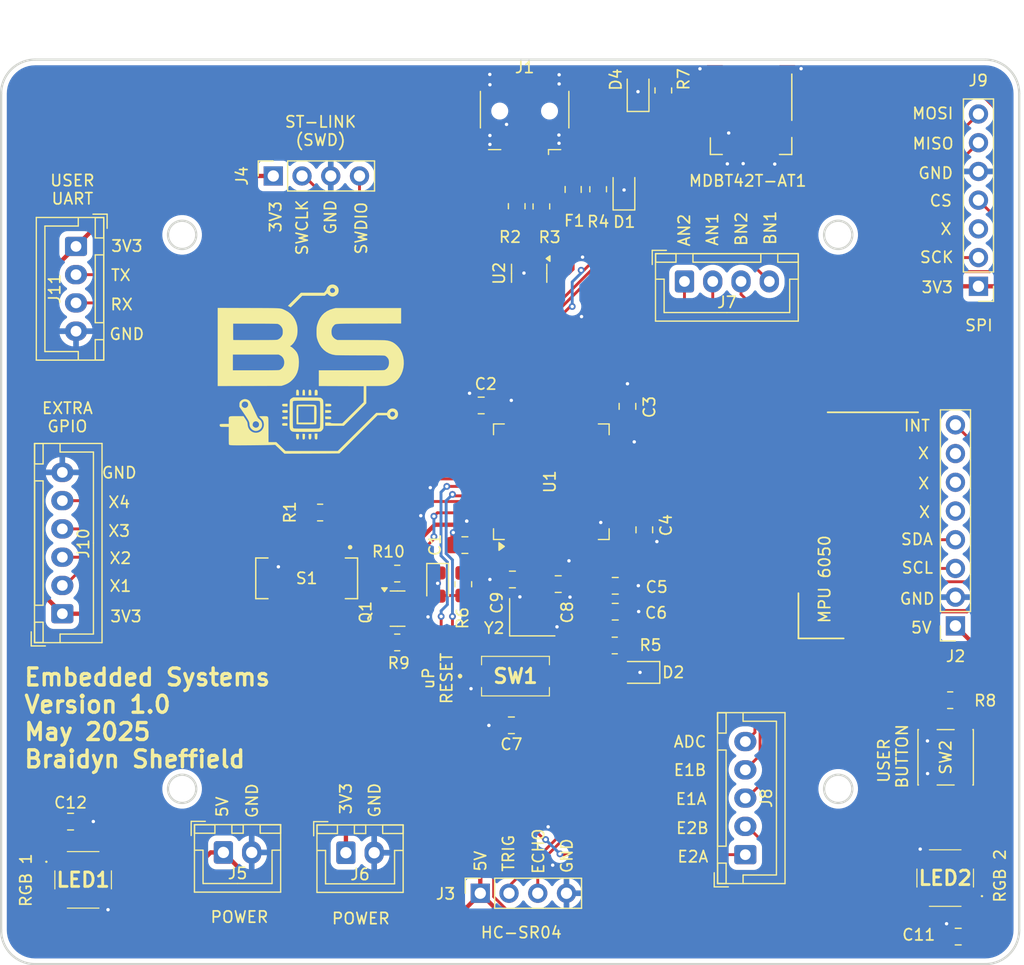
<source format=kicad_pcb>
(kicad_pcb (version 20241229) (generator "pcbnew") (generator_version "9.0")
  (layers (0 "F.Cu" signal) (2 "B.Cu" signal) (13 "F.Paste" user) (15 "B.Paste" user) (5 "F.SilkS" user "F.Silkscreen") (7 "B.SilkS" user "B.Silkscreen") (1 "F.Mask" user) (3 "B.Mask" user) (25 "Edge.Cuts" user))
  (net 0 "")
  (net 2 "/PS2_SCK")
  (net 3 "/PS2_MISO")
  (net 5 "/PS2_CS")
  (net 6 "/PS2_MOSI")
  (net 7 "Net-(U1-PA1)")
  (net 9 "/X4")
  (net 10 "/X3")
  (net 11 "/X1")
  (net 12 "/X2")
  (net 13 "/USER_TX")
  (net 16 "/USER_RX")
  (net 21 "/RESET")
  (net 28 "+3V3")
  (net 29 "GND")
  (net 33 "Net-(R1-Pad2)")
  (net 34 "/BOOT")
  (net 35 "/OSC_OUT")
  (net 36 "/OSC_IN")
  (net 37 "Net-(D1-A)")
  (net 39 "/D+")
  (net 40 "/D-")
  (net 41 "Net-(J1-VBUS)")
  (net 42 "/USB_CONN_D+")
  (net 43 "/USB_CONN_D-")
  (net 44 "Vusb")
  (net 45 "/USB_D+")
  (net 46 "/USB_D-")
  (net 47 "Net-(D2-A)")
  (net 48 "Net-(D3-A)")
  (net 49 "/USER_LED")
  (net 51 "+5V")
  (net 52 "/IMU_INT")
  (net 54 "/IMU_I2C_SCL")
  (net 56 "/IMU_I2C_SDA")
  (net 65 "Net-(D4-A)")
  (net 66 "/BL_WAKEUP")
  (net 67 "/BL_RX")
  (net 68 "/BL_TX")
  (net 69 "Net-(MDBT42T-AT1-INDICATOR)")
  (net 70 "/ULTRA_TRIG")
  (net 71 "/ULTRA_ECHO")
  (net 72 "/SWCLK")
  (net 73 "/SWDIO")
  (net 74 "/uBUTTON")
  (net 75 "/BN1")
  (net 76 "/AN1")
  (net 77 "/AN2")
  (net 78 "/BN2")
  (net 79 "/E2A")
  (net 80 "/E2B")
  (net 81 "/E1A")
  (net 82 "/E1B")
  (net 83 "/PWR_ADC")
  (net 84 "Net-(LED1-DOUT)")
  (net 85 "Net-(LED1-DIN)")
  (net 87 "/RGB_DIN")
  (footprint "Resistor_SMD:R_0805_2012Metric_Pad1.20x1.40mm_HandSolder" (layer "F.Cu") (at 137.68 42.715 -90)
    (property "Reference" "R2")
    (property "Value" "22")
  )
  (footprint "Package_QFP:LQFP-64_10x10mm_P0.5mm" (layer "F.Cu") (at 140.74 67.085 90)
    (property "Reference" "U1")
    (property "Value" "STM32F103RCTx")
  )
  (footprint "Resistor_SMD:R_0805_2012Metric_Pad1.20x1.40mm_HandSolder" (layer "F.Cu") (at 127.1175 81.3 180)
    (property "Reference" "R9")
    (property "Value" "10k")
  )
  (footprint "Resistor_SMD:R_0805_2012Metric_Pad1.20x1.40mm_HandSolder" (layer "F.Cu") (at 139.86 42.735 90)
    (property "Reference" "R3")
    (property "Value" "22")
  )
  (footprint "Capacitor_SMD:C_0805_2012Metric_Pad1.18x1.45mm_HandSolder" (layer "F.Cu") (at 98.2375 97.15)
    (property "Reference" "C12")
    (property "Value" "0.1uF")
  )
  (footprint "Connector_JST:JST_XH_B2B-XH-A_1x02_P2.50mm_Vertical" (layer "F.Cu") (at 122.58 99.9)
    (property "Reference" "J6")
    (property "Value" "CONN_3V3")
  )
  (footprint "Connector_PinHeader_2.54mm:PinHeader_1x07_P2.54mm_Vertical" (layer "F.Cu") (at 178.5 49.8 180)
    (property "Reference" "J9")
    (property "Value" "CONN_PS2")
  )
  (footprint "Connector_JST:JST_XH_B5B-XH-A_1x05_P2.50mm_Vertical" (layer "F.Cu") (at 157.89 100.07 90)
    (property "Reference" "J8")
    (property "Value" "CONN_HAL")
  )
  (footprint "Connector_PinSocket_2.54mm:PinSocket_1x08_P2.54mm_Vertical" (layer "F.Cu") (at 176.465 79.835 180)
    (property "Reference" "J2")
    (property "Value" "CONN_MPU6050")
  )
  (footprint "LED_SMD:LED_0805_2012Metric_Pad1.15x1.40mm_HandSolder" (layer "F.Cu") (at 148.41 32.475 90)
    (property "Reference" "D4")
    (property "Value" "BL_IND_LED")
  )
  (footprint "Package_TO_SOT_SMD:SOT-23" (layer "F.Cu") (at 127.1475 78.31)
    (property "Reference" "Q1")
    (property "Value" "BSS138")
  )
  (footprint "LED_SMD:LED_0805_2012Metric_Pad1.15x1.40mm_HandSolder" (layer "F.Cu") (at 130.69 76.18 -90)
    (property "Reference" "D3" (hide yes))
    (property "Value" "USER_LED")
  )
  (footprint "Resistor_SMD:R_0805_2012Metric_Pad1.20x1.40mm_HandSolder" (layer "F.Cu") (at 146.3475 81.57)
    (property "Reference" "R5")
    (property "Value" "10k")
  )
  (footprint "RGB_LED:INPI55TATPRPGPB" (layer "F.Cu") (at 99.35 102.3)
    (property "Reference" "LED1")
    (property "Value" "IN-PI55TATPRPGPB" (hide yes))
  )
  (footprint "Fuse:Fuse_0805_2012Metric_Pad1.15x1.40mm_HandSolder" (layer "F.Cu") (at 142.67 41.235 -90)
    (property "Reference" "F1")
    (property "Value" "PTCSMD")
  )
  (footprint "Capacitor_SMD:C_0805_2012Metric_Pad1.18x1.45mm_HandSolder" (layer "F.Cu") (at 137.3 75.73 180)
    (property "Reference" "C9")
    (property "Value" "22pF")
  )
  (footprint "Resistor_SMD:R_0805_2012Metric_Pad1.20x1.40mm_HandSolder" (layer "F.Cu") (at 127.1175 75.21 180)
    (property "Reference" "R10")
    (property "Value" "10k")
  )
  (footprint "Connector_PinSocket_2.54mm:PinSocket_1x04_P2.54mm_Vertical" (layer "F.Cu") (at 116.16 40.04 90)
    (property "Reference" "J4")
    (property "Value" "CONN_SWD")
  )
  (footprint "Resistor_SMD:R_0805_2012Metric_Pad1.20x1.40mm_HandSolder" (layer "F.Cu") (at 176 86.41)
    (property "Reference" "R8")
    (property "Value" "10k")
  )
  (footprint "LOGO" (layer "F.Cu") (at 119.5 57.5)
    (property "Reference" "G***" (hide yes))
    (property "Value" "LOGO" (hide yes))
  )
  (footprint "Connector_JST:JST_XH_B4B-XH-A_1x04_P2.50mm_Vertical" (layer "F.Cu") (at 98.72 46.27 -90)
    (property "Reference" "J11")
    (property "Value" "CONN_UART")
  )
  (footprint "MDBT42T-AT:MDBT42T" (layer "F.Cu") (at 158.4 32.54)
    (property "Reference" "MDBT42T-AT1" (hide yes))
    (property "Value" "MDBT42T-AT" (hide yes))
  )
  (footprint "Capacitor_SMD:C_0805_2012Metric_Pad1.18x1.45mm_HandSolder" (layer "F.Cu") (at 134.54 60.34 180)
    (property "Reference" "C2")
    (property "Value" "0.1uF")
  )
  (footprint "Resistor_SMD:R_0805_2012Metric_Pad1.20x1.40mm_HandSolder" (layer "F.Cu") (at 132.96 76.15 -90)
    (property "Reference" "R6")
    (property "Value" "10k")
  )
  (footprint "Resistor_SMD:R_0805_2012Metric_Pad1.20x1.40mm_HandSolder" (layer "F.Cu") (at 150.64 32.475 90)
    (property "Reference" "R7")
    (property "Value" "10k")
  )
  (footprint "Capacitor_SMD:C_0805_2012Metric_Pad1.18x1.45mm_HandSolder" (layer "F.Cu") (at 148.96 71.34 -90)
    (property "Reference" "C4")
    (property "Value" "0.1uF")
  )
  (footprint "Package_TO_SOT_SMD:SOT-23-6" (layer "F.Cu") (at 138.78 48.6475 -90)
    (property "Reference" "U2")
    (property "Value" "USBLC6-2SC6")
  )
  (footprint "Capacitor_SMD:C_0805_2012Metric_Pad1.18x1.45mm_HandSolder" (layer "F.Cu") (at 146.39 76.29)
    (property "Reference" "C5")
    (property "Value" "0.1uF")
  )
  (footprint "Connector_PinSocket_2.54mm:PinSocket_1x04_P2.54mm_Vertical" (layer "F.Cu") (at 134.46 103.485 90)
    (property "Reference" "J3")
    (property "Value" "CONN_ULTRA")
  )
  (footprint "Connector_JST:JST_XH_B4B-XH-A_1x04_P2.50mm_Vertical" (layer "F.Cu") (at 152.51 49.37)
    (property "Reference" "J7")
    (property "Value" "CONN_DRIVE")
  )
  (footprint "Crystal:Crystal_SMD_Abracon_ABM8G-4Pin_3.2x2.5mm" (layer "F.Cu") (at 139.0525 79.07)
    (property "Reference" "Y2")
    (property "Value" "16MHz")
  )
  (footprint "SW_uP_Reset:SW_uP_Reset" (layer "F.Cu") (at 137.57 84.28)
    (property "Reference" "SW1")
    (property "Value" "SW_uP_Reset" (hide yes))
  )
  (footprint "Capacitor_SMD:C_0805_2012Metric_Pad1.18x1.45mm_HandSolder" (layer "F.Cu") (at 146.39 78.58)
    (property "Reference" "C6")
    (property "Value" "10uF")
  )
  (footprint "Connector_JST:JST_XH_B2B-XH-A_1x02_P2.50mm_Vertical" (layer "F.Cu") (at 111.75 99.875)
    (property "Reference" "J5")
    (property "Value" "CONN_5V")
  )
  (footprint "LED_SMD:LED_0805_2012Metric_Pad1.15x1.40mm_HandSolder" (layer "F.Cu") (at 148.4675 83.95 180)
    (property "Reference" "D2")
    (property "Value" "uP_PWR_LED")
  )
  (footprint "Capacitor_SMD:C_0805_2012Metric_Pad1.18x1.45mm_HandSolder" (layer "F.Cu") (at 133.1 72.69 180)
    (property "Reference" "C1")
    (property "Value" "0.1uF")
  )
  (footprint "RGB_LED:INPI55TATPRPGPB" (layer "F.Cu") (at 175.56 102.14 180)
    (property "Reference" "LED2")
    (property "Value" "IN-PI55TATPRPGPB" (hide yes))
  )
  (footprint "Capacitor_SMD:C_0805_2012Metric_Pad1.18x1.45mm_HandSolder" (layer "F.Cu") (at 141.35 76.14)
    (property "Reference" "C8")
    (property "Value" "22pF")
  )
  (footprint "Resistor_SMD:R_0805_2012Metric_Pad1.20x1.40mm_HandSolder" (layer "F.Cu") (at 120.3 69.81 180)
    (property "Reference" "R1")
    (property "Value" "10k")
  )
  (footprint "Connector_JST:JST_XH_B6B-XH-A_1x06_P2.50mm_Vertical" (layer "F.Cu") (at 97.51 78.76 90)
    (property "Reference" "J10")
    (property "Value" "CONN_TRACK")
  )
  (footprint "Capacitor_SMD:C_0805_2012Metric_Pad1.18x1.45mm_HandSolder" (layer "F.Cu") (at 147.47 60.42 90)
    (property "Reference" "C3")
    (property "Value" "0.1uF")
  )
  (footprint "Button_Switch_SMD:SW_SPST_PTS647_Sx50" (layer "F.Cu") (at 175.6 91.46 -90)
    (property "Reference" "SW2")
    (property "Value" "SW_USER")
  )
  (footprint "LED_SMD:LED_0805_2012Metric_Pad1.15x1.40mm_HandSolder" (layer "F.Cu") (at 147.16 41.185 90)
    (property "Reference" "D1")
    (property "Value" "USB_PWR_LED")
  )
  (footprint "SW_uP_Boot:SW_uP_Boot" (layer "F.Cu") (at 119.11 75.63 180)
    (property "Reference" "S1")
    (property "Value" "JS202011SCQN")
  )
  (footprint "Capacitor_SMD:C_0805_2012Metric_Pad1.18x1.45mm_HandSolder" (layer "F.Cu") (at 176.71 107.32 180)
    (property "Reference" "C11")
    (property "Value" "0.1uF")
  )
  (footprint "Connector_USB:USB_Mini-B_Lumberg_2486_01_Horizontal" (layer "F.Cu") (at 138.38 34.3 180)
    (property "Reference" "J1")
    (property "Value" "USB_B_Mini")
  )
  (footprint "Capacitor_SMD:C_0805_2012Metric_Pad1.18x1.45mm_HandSolder" (layer "F.Cu") (at 137.21 88.63 180)
    (property "Reference" "C7")
    (property "Value" "0.01uF")
  )
  (footprint "Resistor_SMD:R_0805_2012Metric_Pad1.20x1.40mm_HandSolder" (layer "F.Cu") (at 144.88 41.215 90)
    (property "Reference" "R4")
    (property "Value" "10k")
  )
  (gr_line (start 162.585 80.945) (end 166.585 80.945) (stroke (width 0.15)) (layer "F.SilkS"))
  (gr_line (start 162.585 80.945) (end 162.585 76.945) (stroke (width 0.15)) (layer "F.SilkS"))
  (gr_line (start 173.165 60.945) (end 165.165 60.945) (stroke (width 0.15)) (layer "F.SilkS"))
  (gr_arc (start 179.1 29.750001) (mid 181.22132 30.628681) (end 182.1 32.750001) (stroke (width 0.2)) (layer "Edge.Cuts"))
  (gr_arc (start 182.1 106.750001) (mid 181.22132 108.871321) (end 179.1 109.750001) (stroke (width 0.2)) (layer "Edge.Cuts"))
  (gr_line (start 179.1 29.750001) (end 95.100001 29.750001) (stroke (width 0.2)) (layer "Edge.Cuts"))
  (gr_circle (center 108.1 94.250001) (end 109.35 94.250001) (stroke (width 0.2)) (fill no) (layer "Edge.Cuts"))
  (gr_circle (center 108.1 45.250001) (end 109.35 45.250001) (stroke (width 0.2)) (fill no) (layer "Edge.Cuts"))
  (gr_line (start 179.1 109.750001) (end 95.100001 109.750001) (stroke (width 0.2)) (layer "Edge.Cuts"))
  (gr_arc (start 95.100001 109.750001) (mid 92.97868 108.871321) (end 92.1 106.75) (stroke (width 0.2)) (layer "Edge.Cuts"))
  (gr_arc (start 92.1 32.750002) (mid 92.97868 30.628681) (end 95.100001 29.750001) (stroke (width 0.2)) (layer "Edge.Cuts"))
  (gr_line (start 182.1 106.750001) (end 182.1 32.750001) (stroke (width 0.2)) (layer "Edge.Cuts"))
  (gr_circle (center 166.1 94.250001) (end 167.35 94.250001) (stroke (width 0.2)) (fill no) (layer "Edge.Cuts"))
  (gr_circle (center 166.1 45.250001) (end 167.35 45.250001) (stroke (width 0.2)) (fill no) (layer "Edge.Cuts"))
  (gr_line (start 92.1 106.75) (end 92.1 32.750002) (stroke (width 0.2)) (layer "Edge.Cuts"))
  (gr_text "5V" (at 111.65 95.84 90) (layer "F.SilkS") (effects (font (size 1 1))))
  (gr_text "X2" (at 102.65 73.85 0) (layer "F.SilkS") (effects (font (size 1 1))))
  (gr_text "ECHO" (at 139.6 99.77 90) (layer "F.SilkS") (effects (font (size 1 1))))
  (gr_text "E1B" (at 153 92.59 0) (layer "F.SilkS") (effects (font (size 1 1))))
  (gr_text "AN1" (at 154.98 44.77 90) (layer "F.SilkS") (effects (font (size 1 1))))
  (gr_text "X" (at 173.73 69.78 0) (layer "F.SilkS") (effects (font (size 1 1))))
  (gr_text "GND" (at 121.22 43.68 90) (layer "F.SilkS") (effects (font (size 1 1))))
  (gr_text "MOSI" (at 174.46 34.51 0) (layer "F.SilkS") (effects (font (size 1 1))))
  (gr_text "3V3" (at 103.22 46.24 0) (layer "F.SilkS") (effects (font (size 1 1))))
  (gr_text "E2A" (at 153.25 100.25 0) (layer "F.SilkS") (effects (font (size 1 1))))
  (gr_text "TX" (at 102.68 48.82 0) (layer "F.SilkS") (effects (font (size 1 1))))
  (gr_text "GND" (at 103.21 54.03 0) (layer "F.SilkS") (effects (font (size 1 1))))
  (gr_text "HC-SR04" (at 138.08 106.96 0) (layer "F.SilkS") (effects (font (size 1 1))))
  (gr_text "3V3" (at 116.37 43.65 90) (layer "F.SilkS") (effects (font (size 1 1))))
  (gr_text "E1A" (at 153.1 95.15 0) (layer "F.SilkS") (effects (font (size 1 1))))
  (gr_text "X" (at 175.63 44.74 0) (layer "F.SilkS") (effects (font (size 1 1))))
  (gr_text "RX" (at 102.75 51.41 0) (layer "F.SilkS") (effects (font (size 1 1))))
  (gr_text "X4" (at 102.54 68.9 0) (layer "F.SilkS") (effects (font (size 1 1))))
  (gr_text "SCL" (at 173.1 74.7 0) (layer "F.SilkS") (effects (font (size 1 1))))
  (gr_text "SDA" (at 173.06 72.18 0) (layer "F.SilkS") (effects (font (size 1 1))))
  (gr_text "POWER" (at 123.9 105.72 0) (layer "F.SilkS") (effects (font (size 1 1))))
  (gr_text "GND" (at 125.12 95.26 90) (layer "F.SilkS") (effects (font (size 1 1))))
  (gr_text "3V3" (at 174.86 49.89 0) (layer "F.SilkS") (effects (font (size 1 1))))
  (gr_text "GND" (at 114.29 95.3 90) (layer "F.SilkS") (effects (font (size 1 1))))
  (gr_text "3V3" (at 103.14 79 0) (layer "F.SilkS") (effects (font (size 1 1))))
  (gr_text "MPU 6050" (at 165.485 79.685 90) (layer "F.SilkS") (effects (font (size 1 1)) (justify left bottom)))
  (gr_text "ADC" (at 153 90.09 0) (layer "F.SilkS") (effects (font (size 1 1))))
  (gr_text "uP \nRESET " (at 130.68 84.1 90) (layer "F.SilkS") (effects (font (size 1 1))))
  (gr_text "RGB 1" (at 94.29 102.33 90) (layer "F.SilkS") (effects (font (size 1 1))))
  (gr_text "5V" (at 173.45 79.99 0) (layer "F.SilkS") (effects (font (size 1 1))))
  (gr_text "INT" (at 173.06 62.13 0) (layer "F.SilkS") (effects (font (size 1 1))))
  (gr_text "SWDIO" (at 123.94 44.66 90) (layer "F.SilkS") (effects (font (size 1 1))))
  (gr_text "GND" (at 173.08 77.44 0) (layer "F.SilkS") (effects (font (size 1 1))))
  (gr_text "3V3" (at 122.58 95.11 90) (layer "F.SilkS") (effects (font (size 1 1))))
  (gr_text "SCK" (at 174.81 47.23 0) (layer "F.SilkS") (effects (font (size 1 1))))
  (gr_text "Embedded Systems\nVersion 1.0\nMay 2025\nBraidyn Sheffield" (at 94 92.5 0) (layer "F.SilkS") (effects (font (size 1.5 1.5) (thickness 0.3) (bold yes)) (justify left bottom)))
  (gr_text "USER\nUART" (at 98.4 41.25 0) (layer "F.SilkS") (effects (font (size 1 1))))
  (gr_text "TRIG" (at 136.95 99.95 90) (layer "F.SilkS") (effects (font (size 1 1))))
  (gr_text "EXTRA\nGPIO" (at 97.96 61.39 0) (layer "F.SilkS") (effects (font (size 1 1))))
  (gr_text "GND\n" (at 174.72 39.79 0) (layer "F.SilkS") (effects (font (size 1 1))))
  (gr_text "GND" (at 102.54 66.29 0) (layer "F.SilkS") (effects (font (size 1 1))))
  (gr_text "X3" (at 102.54 71.44 0) (layer "F.SilkS") (effects (font (size 1 1))))
  (gr_text "X1" (at 102.65 76.31 0) (layer "F.SilkS") (effects (font (size 1 1))))
  (gr_text "X" (at 173.66 67.24 0) (layer "F.SilkS") (effects (font (size 1 1))))
  (gr_text "CS" (at 175.17 42.23 0) (layer "F.SilkS") (effects (font (size 1 1))))
  (gr_text "USER \nBUTTON" (at 170.95 91.37 90) (layer "F.SilkS") (effects (font (size 1 1))))
  (gr_text "BN1" (at 160.1 44.63 90) (layer "F.SilkS") (effects (font (size 1 1))))
  (gr_text "MISO" (at 174.49 37.18 0) (layer "F.SilkS") (effects (font (size 1 1))))
  (gr_text "X" (at 173.64 64.57 0) (layer "F.SilkS") (effects (font (size 1 1))))
  (gr_text "SPI" (at 178.54 53.26 0) (layer "F.SilkS") (effects (font (size 1 1))))
  (gr_text "MDBT42T-AT1" (at 158.1 40.47 0) (layer "F.SilkS") (effects (font (size 1 1))))
  (gr_text "GND" (at 142.11 100.17 90) (layer "F.SilkS") (effects (font (size 1 1))))
  (gr_text "AN2" (at 152.49 44.83 90) (layer "F.SilkS") (effects (font (size 1 1))))
  (gr_text "SWCLK" (at 118.71 44.6 90) (layer "F.SilkS") (effects (font (size 1 1))))
  (gr_text "ST-LINK\n(SWD)" (at 120.34 36.06 0) (layer "F.SilkS") (effects (font (size 1 1))))
  (gr_text "5V" (at 134.48 100.64 90) (layer "F.SilkS") (effects (font (size 1 1))))
  (gr_text "POWER" (at 113.17 105.59 0) (layer "F.SilkS") (effects (font (size 1 1))))
  (gr_text "RGB 2" (at 180.4 101.94 90) (layer "F.SilkS") (effects (font (size 1 1))))
  (gr_text "E2B" (at 153.21 97.73 0) (layer "F.SilkS") (effects (font (size 1 1))))
  (gr_text "BN2" (at 157.54 44.72 90) (layer "F.SilkS") (effects (font (size 1 1))))
  (segment (start 143.99 61.41) (end 143.99 59.366532) (width 0.254) (layer "F.Cu") (net 2))
  (segment (start 143.99 59.366532) (end 146.356532 57) (width 0.254) (layer "F.Cu") (net 2))
  (segment (start 174.596533 47.26) (end 178.5 47.26) (width 0.254) (layer "F.Cu") (net 2))
  (segment (start 146.356532 57) (end 164.856532 57) (width 0.254) (layer "F.Cu") (net 2))
  (segment (start 164.856532 57) (end 174.596533 47.26) (width 0.254) (layer "F.Cu") (net 2))
  (segment (start 143.49 59.223064) (end 146.213064 56.5) (width 0.254) (layer "F.Cu") (net 3))
  (segment (start 164.713064 56.5) (end 174.5 46.713064) (width 0.254) (layer "F.Cu") (net 3))
  (segment (start 146.213064 56.5) (end 164.713064 56.5) (width 0.254) (layer "F.Cu") (net 3))
  (segment (start 174.5 41.1) (end 174.5 46.713064) (width 0.254) (layer "F.Cu") (net 3))
  (segment (start 178.5 37.1) (end 174.5 41.1) (width 0.254) (layer "F.Cu") (net 3))
  (segment (start 143.49 61.41) (end 143.49 59.223064) (width 0.254) (layer "F.Cu") (net 3))
  (segment (start 180.5 44.18) (end 180.5 47.5) (width 0.254) (layer "F.Cu") (net 5))
  (segment (start 146.5 57.5) (end 165 57.5) (width 0.254) (layer "F.Cu") (net 5))
  (segment (start 179.5 48.5) (end 174 48.5) (width 0.254) (layer "F.Cu") (net 5))
  (segment (start 165 57.5) (end 174 48.5) (width 0.254) (layer "F.Cu") (net 5))
  (segment (start 178.5 42.18) (end 180.5 44.18) (width 0.254) (layer "F.Cu") (net 5))
  (segment (start 144.49 61.41) (end 144.49 59.51) (width 0.254) (layer "F.Cu") (net 5))
  (segment (start 144.49 59.51) (end 146.5 57.5) (width 0.254) (layer "F.Cu") (net 5))
  (segment (start 180.5 47.5) (end 179.5 48.5) (width 0.254) (layer "F.Cu") (net 5))
  (segment (start 174.045 39.015) (end 178.5 34.56) (width 0.254) (layer "F.Cu") (net 6))
  (segment (start 164.534798 56.034798) (end 174.045 46.524596) (width 0.254) (layer "F.Cu") (net 6))
  (segment (start 145.965202 56.034798) (end 164.534798 56.034798) (width 0.254) (layer "F.Cu") (net 6))
  (segment (start 174.045 46.524596) (end 174.045 39.015) (width 0.254) (layer "F.Cu") (net 6))
  (segment (start 142.99 59.01) (end 145.965202 56.034798) (width 0.254) (layer "F.Cu") (net 6))
  (segment (start 142.99 61.41) (end 142.99 59.01) (width 0.254) (layer "F.Cu") (net 6))
  (segment (start 143.99 72.76) (end 144.49 72.76) (width 0.254) (layer "F.Cu") (net 7))
  (segment (start 135.065 65.335) (end 105.665 65.335) (width 0.254) (layer "F.Cu") (net 9))
  (segment (start 105.665 65.335) (end 102.24 68.76) (width 0.254) (layer "F.Cu") (net 9))
  (segment (start 102.24 68.76) (end 97.51 68.76) (width 0.254) (layer "F.Cu") (net 9))
  (segment (start 106.165 65.835) (end 100.74 71.26) (width 0.254) (layer "F.Cu") (net 10))
  (segment (start 135.065 65.835) (end 106.165 65.835) (width 0.254) (layer "F.Cu") (net 10))
  (segment (start 100.74 71.26) (end 97.51 71.26) (width 0.254) (layer "F.Cu") (net 10))
  (segment (start 135.065 66.835) (end 107.165 66.835) (width 0.254) (layer "F.Cu") (net 11))
  (segment (start 107.165 66.835) (end 97.74 76.26) (width 0.254) (layer "F.Cu") (net 11))
  (segment (start 97.74 76.26) (end 97.51 76.26) (width 0.254) (layer "F.Cu") (net 11))
  (segment (start 106.665 66.335) (end 99.24 73.76) (width 0.254) (layer "F.Cu") (net 12))
  (segment (start 135.065 66.335) (end 106.665 66.335) (width 0.254) (layer "F.Cu") (net 12))
  (segment (start 99.24 73.76) (end 97.51 73.76) (width 0.254) (layer "F.Cu") (net 12))
  (segment (start 116.978468 64.335) (end 101.413468 48.77) (width 0.254) (layer "F.Cu") (net 13))
  (segment (start 101.413468 48.77) (end 98.72 48.77) (width 0.254) (layer "F.Cu") (net 13))
  (segment (start 135.065 64.335) (end 116.978468 64.335) (width 0.254) (layer "F.Cu") (net 13))
  (segment (start 135.065 64.835) (end 116.835 64.835) (width 0.254) (layer "F.Cu") (net 16))
  (segment (start 116.835 64.835) (end 103.27 51.27) (width 0.254) (layer "F.Cu") (net 16))
  (segment (start 103.27 51.27) (end 98.72 51.27) (width 0.254) (layer "F.Cu") (net 16))
  (segment (start 141.090992 74.708) (end 142.708 74.708) (width 0.254) (layer "F.Cu") (net 21))
  (segment (start 139.99 72.76) (end 139.99 73.607008) (width 0.254) (layer "F.Cu") (net 21))
  (segment (start 140.92 82.58) (end 140.92 84.28) (width 0.254) (layer "F.Cu") (net 21))
  (segment (start 140.92 84.28) (end 140.92 85.9575) (width 0.254) (layer "F.Cu") (net 21))
  (segment (start 144 79.5) (end 140.92 82.58) (width 0.254) (layer "F.Cu") (net 21))
  (segment (start 140.92 85.9575) (end 138.2475 88.63) (width 0.254) (layer "F.Cu") (net 21))
  (segment (start 142.708 74.708) (end 144 76) (width 0.254) (layer "F.Cu") (net 21))
  (segment (start 144 76) (end 144 79.5) (width 0.254) (layer "F.Cu") (net 21))
  (segment (start 139.99 73.607008) (end 141.090992 74.708) (width 0.254) (layer "F.Cu") (net 21))
  (segment (start 151.4815 58.0185) (end 148.0425 61.4575) (width 0.381) (layer "F.Cu") (net 28))
  (segment (start 179 33) (end 181.0185 35.0185) (width 0.381) (layer "F.Cu") (net 28))
  (segment (start 147.295 63.335) (end 147.47 63.16) (width 0.254) (layer "F.Cu") (net 28))
  (segment (start 126.1175 75.21) (end 126.1175 77.2675) (width 0.381) (layer "F.Cu") (net 28))
  (segment (start 167.5 60) (end 178 60) (width 0.381) (layer "F.Cu") (net 28))
  (segment (start 133.78 71.21) (end 133.78 72.3325) (width 0.254) (layer "F.Cu") (net 28))
  (segment (start 104.95 40.04) (end 116.16 40.04) (width 0.381) (layer "F.Cu") (net 28))
  (segment (start 180.2 49.8) (end 178.5 49.8) (width 0.381) (layer "F.Cu") (net 28))
  (segment (start 159.8 35.2) (end 162 33) (width 0.381) (layer "F.Cu") (net 28))
  (segment (start 165.4815 58.0185) (end 165.5185 58.0185) (width 0.381) (layer "F.Cu") (net 28))
  (segment (start 165.4815 58.0185) (end 173.7 49.8) (width 0.381) (layer "F.Cu") (net 28))
  (segment (start 145.3525 78.58) (end 145.3525 76.29) (width 0.508) (layer "F.Cu") (net 28))
  (segment (start 135.6475 60.27) (end 135.5775 60.34) (width 0.254) (layer "F.Cu") (net 28))
  (segment (start 103.24 78.76) (end 97.51 78.76) (width 0.381) (layer "F.Cu") (net 28))
  (segment (start 148.4925 69.835) (end 148.96 70.3025) (width 0.254) (layer "F.Cu") (net 28))
  (segment (start 165.5185 58.0185) (end 167.5 60) (width 0.381) (layer "F.Cu") (net 28))
  (segment (start 126.1175 77.2675) (end 126.21 77.36) (width 0.381) (layer "F.Cu") (net 28))
  (segment (start 147.47 63.16) (end 147.47 61.4575) (width 0.254) (layer "F.Cu") (net 28))
  (segment (start 118.99 75.5) (end 106.5 75.5) (width 0.381) (layer "F.Cu") (net 28))
  (segment (start 142.99 72.76) (end 142.99 70.305) (width 0.254) (layer "F.Cu") (net 28))
  (segment (start 165.4815 58.0185) (end 151.4815 58.0185) (width 0.381) (layer "F.Cu") (net 28))
  (segment (start 106.5 75.5) (end 103.24 78.76) (width 0.381) (layer "F.Cu") (net 28))
  (segment (start 181.0185 48.9815) (end 180.2 49.8) (width 0.381) (layer "F.Cu") (net 28))
  (segment (start 148.0425 61.4575) (end 147.47 61.4575) (width 0.381) (layer "F.Cu") (net 28))
  (segment (start 172.5 82.5) (end 172.5 81) (width 0.381) (layer "F.Cu") (net 28))
  (segment (start 142.99 70.305) (end 142.52 69.835) (width 0.254) (layer "F.Cu") (net 28))
  (segment (start 179.0185 61.0185) (end 179.0185 77) (width 0.381) (layer "F.Cu") (net 28))
  (segment (start 126.1175 75.21) (end 123.94 75.21) (width 0.381) (layer "F.Cu") (net 28))
  (segment (start 136.66 60.27) (end 135.6475 60.27) (width 0.254) (layer "F.Cu") (net 28))
  (segment (start 122.58 99.9) (end 122.58 80.99) (width 0.381) (layer "F.Cu") (net 28))
  (segment (start 136.99 61.41) (end 136.99 60.6) (width 0.254) (layer "F.Cu") (net 28))
  (segment (start 144.93 69.385) (end 144.48 69.835) (width 0.254) (layer "F.Cu") (net 28))
  (segment (start 121.61 72.88) (end 118.99 75.5) (width 0.381) (layer "F.Cu") (net 28))
  (segment (start 142.99 73.9275) (end 145.3525 76.29) (width 0.254) (layer "F.Cu") (net 28))
  (segment (start 132.600571 70.8885) (end 134.1375 72.425429) (width 0.381) (layer "F.Cu") (net 28))
  (segment (start 145.155 63.335) (end 144.93 63.56) (width 0.254) (layer "F.Cu") (net 28))
  (segment (start 123.94 75.21) (end 121.61 72.88) (width 0.381) (layer "F.Cu") (net 28))
  (segment (start 136.99 60.6) (end 136.66 60.27) (width 0.254) (layer "F.Cu") (net 28))
  (segment (start 133.78 72.3325) (end 134.1375 72.69) (width 0.254) (layer "F.Cu") (net 28))
  (segment (start 144.48 69.835) (end 142.52 69.835) (width 0.254) (layer "F.Cu") (net 28))
  (segment (start 181.0185 35.0185) (end 181.0185 48.9815) (width 0.381) (layer "F.Cu") (net 28))
  (segment (start 144.93 63.56) (end 144.93 69.385) (width 0.254) (layer "F.Cu") (net 28))
  (segment (start 122.58 80.99) (end 126.21 77.36) (width 0.381) (layer "F.Cu") (net 28))
  (segment (start 137.615 69.835) (end 136.99 69.21) (width 0.254) (layer "F.Cu") (net 28))
  (segment (start 159.8 37.74) (end 159.8 35.2) (width 0.381) (layer "F.Cu") (net 28))
  (segment (start 97.51 78.76) (end 94.25 75.5) (width 0.381) (layer "F.Cu") (net 28))
  (segment (start 136.99 69.21) (end 136.99 61.41) (width 0.254) (layer "F.Cu") (net 28))
  (segment (start 126.1175 75.21) (end 130.439 70.8885) (width 0.381) (layer "F.Cu") (net 28))
  (segment (start 98.72 46.27) (end 104.95 40.04) (width 0.381) (layer "F.Cu") (net 28))
  (segment (start 142.99 72.76) (end 142.99 73.9275) (width 0.254) (layer "F.Cu") (net 28))
  (segment (start 172.5 81) (end 175 78.5) (width 0.381) (layer "F.Cu") (net 28))
  (segment (start 145.3475 78.585) (end 145.3525 78.58) (width 0.508) (layer "F.Cu") (net 28))
  (segment (start 145.3475 81.57) (end 145.3475 78.585) (width 0.508) (layer "F.Cu") (net 28))
  (segment (start 162 33) (end 179 33) (width 0.381) (layer "F.Cu") (net 28))
  (segment (start 136.99 69.21) (end 136.99 70.45) (width 0.254) (layer "F.Cu") (net 28))
  (segment (start 173.7 49.8) (end 178.5 49.8) (width 0.381) (layer "F.Cu") (net 28))
  (segment (start 134.155 70.835) (end 133.78 71.21) (width 0.254) (layer "F.Cu") (net 28))
  (segment (start 146.415 69.835) (end 148.4925 69.835) (width 0.254) (layer "F.Cu") (net 28))
  (segment (start 175 86.41) (end 175 85) (width 0.381) (layer "F.Cu") (net 28))
  (segment (start 146.415 63.335) (end 147.295 63.335) (width 0.254) (layer "F.Cu") (net 28))
  (segment (start 175 85) (end 172.5 82.5) (width 0.381) (layer "F.Cu") (net 28))
  (segment (start 94.25 75.5) (end 94.25 50.74) (width 0.381) (layer "F.Cu") (net 28))
  (segment (start 177.482 78.5365) (end 179.0185 77) (width 0.381) (layer "F.Cu") (net 28))
  (segment (start 178 60) (end 179.0185 61.0185) (width 0.381) (layer "F.Cu") (net 28))
  (segment (start 134.1375 72.425429) (end 134.1375 72.69) (width 0.381) (layer "F.Cu") (net 28))
  (segment (start 130.439 70.8885) (end 132.600571 70.8885) (width 0.381) (layer "F.Cu") (net 28))
  (segment (start 136.605 70.835) (end 135.065 70.835) (width 0.254) (layer "F.Cu") (net 28))
  (segment (start 146.415 69.835) (end 144.48 69.835) (width 0.254) (layer "F.Cu") (net 28))
  (segment (start 135.065 70.835) (end 134.155 70.835) (width 0.254) (layer "F.Cu") (net 28))
  (segment (start 146.415 63.335) (end 145.155 63.335) (width 0.254) (layer "F.Cu") (net 28))
  (segment (start 142.52 69.835) (end 137.615 69.835) (width 0.254) (layer "F.Cu") (net 28))
  (segment (start 94.25 50.74) (end 98.72 46.27) (width 0.381) (layer "F.Cu") (net 28))
  (segment (start 175 78.5) (end 175.0365 78.5365) (width 0.381) (layer "F.Cu") (net 28))
  (segment (start 175.0365 78.5365) (end 177.482 78.5365) (width 0.381) (layer "F.Cu") (net 28))
  (segment (start 136.99 70.45) (end 136.605 70.835) (width 0.254) (layer "F.Cu") (net 28))
  (segment (start 145.465 70.335) (end 145.11 70.69) (width 0.254) (layer "F.Cu") (net 29))
  (segment (start 137.96 77.27) (end 137.96 78.2125) (width 0.508) (layer "F.Cu") (net 29))
  (segment (start 148.43 76.28) (end 147.4375 76.28) (width 0.508) (layer "F.Cu") (net 29))
  (segment (start 173.36 99.59) (end 173.35 99.58) (width 0.508) (layer "F.Cu") (net 29))
  (segment (start 135.31 75.73) (end 136.2625 75.73) (width 0.508) (layer "F.Cu") (net 29))
  (segment (start 160.5 38.98) (end 160.49 38.99) (width 0.381) (layer "F.Cu") (net 29))
  (segment (start 175.6725 106.1875) (end 175.68 106.18) (width 0.508) (layer "F.Cu") (net 29))
  (segment (start 100.24 97.15) (end 100.25 97.14) (width 0.508) (layer "F.Cu") (net 29))
  (segment (start 135.065 70.335) (end 133.495 70.335) (width 0.254) (layer "F.Cu") (net 29))
  (segment (start 174 88.835) (end 174 90) (width 0.508) (layer "F.Cu") (net 29))
  (segment (start 160.5 37.74) (end 160.5 38.98) (width 0.381) (layer "F.Cu") (net 29))
  (segment (start 173.36 100.54) (end 173.36 99.59) (width 0.508) (layer "F.Cu") (net 29))
  (segment (start 137.96 78.2125) (end 137.9525 78.22) (width 0.508) (layer "F.Cu") (net 29))
  (segment (start 147.4375 78.57) (end 147.4275 78.58) (width 0.508) (layer "F.Cu") (net 29))
  (segment (start 141.24 79.92) (end 140.1525 79.92) (width 0.508) (layer "F.Cu") (net 29))
  (segment (start 136.1725 88.63) (end 135.23 88.63) (width 0.508) (layer "F.Cu") (net 29))
  (segment (start 138.78 48.17) (end 138.32 48.63) (width 0.254) (layer "F.Cu") (net 29))
  (segment (start 148.41 33.5) (end 148.41 32.595) (width 0.508) (layer "F.Cu") (net 29))
  (segment (start 138.78 47.51) (end 138.78 48.17) (width 0.254) (layer "F.Cu") (net 29))
  (segment (start 135.23 88.63) (end 135.22 88.64) (width 0.508) (layer "F.Cu") (net 29))
  (segment (start 133.51 60.3325) (end 133.5025 60.34) (width 0.508) (layer "F.Cu") (net 29))
  (segment (start 137.49 61.41) (end 137.49 60.18) (width 0.254) (layer "F.Cu") (net 29))
  (segment (start 133.495 70.335) (end 133.26 70.57) (width 0.254) (layer "F.Cu") (net 29))
  (segment (start 142.39 76.1425) (end 142.3875 76.14) (width 0.508) (layer "F.Cu") (net 29))
  (segment (start 137.49 60.18) (end 137.2 59.89) (width 0.254) (layer "F.Cu") (net 29))
  (segment (start 132.07 71.58) (end 132.07 72.6825) (width 0.508) (layer "F.Cu") (net 29))
  (segment (start 146.415 63.835) (end 147.795 63.835) (width 0.254) (layer "F.Cu") (net 29))
  (segment (start 132.07 72.6825) (end 132.0625 72.69) (width 0.508) (layer "F.Cu") (net 29))
  (segment (start 155.2 30.54) (end 155.18 30.56) (width 0.381) (layer "F.Cu") (net 29))
  (segment (start 147.795 63.835) (end 148.07 63.56) (width 0.254) (layer "F.Cu") (net 29))
  (segment (start 133.64 85.39) (end 133.64 84.86) (width 0.508) (layer "F.Cu") (net 29))
  (segment (start 174 94.085) (end 174 92.9) (width 0.508) (layer "F.Cu") (net 29))
  (segment (start 136.78 37) (end 136.78 35.48) (width 0.381) (layer "F.Cu") (net 29))
  (segment (start 116.61 74.61) (end 116.61 72.88) (width 0.508) (layer "F.Cu") (net 29))
  (segment (start 155.2 36.24) (end 156.42 36.24) (width 0.381) (layer "F.Cu") (net 29))
  (segment (start 155.18 30.56) (end 153.88 30.56) (width 0.381) (layer "F.Cu") (net 29))
  (segment (start 147.17 42.2) (end 147.16 42.21) (width 0.508) (layer "F.Cu") (net 29))
  (segment (start 174 90) (end 173.99 90.01) (width 0.508) (layer "F.Cu") (net 29))
  (segment (start 142.39 77.29) (end 142.39 76.1425) (width 0.508) (layer "F.Cu") (net 29))
  (segment (start 148.9625 72.38) (end 148.96 72.3775) (width 0.508) (layer "F.Cu") (net 29))
  (segment (start 130.69 76.07) (end 130.69 75.155) (width 0.508) (layer "F.Cu") (net 29))
  (segment (start 156.3 37.74) (end 156.3 38.97) (width 0.381) (layer "F.Cu") (net 29))
  (segment (start 157.7 37.74) (end 157.7 38.95) (width 0.381) (layer "F.Cu") (net 29))
  (segment (start 147.47 58.42) (end 147.47 59.3825) (width 0.508) (layer "F.Cu") (net 29))
  (segment (start 142.49 72.76) (end 142.49 73.89) (width 0.254) (layer "F.Cu") (net 29))
  (segment (start 133.51 59.26) (end 133.51 60.3325) (width 0.508) (layer "F.Cu") (net 29))
  (segment (start 148.58 83.95) (end 149.4925 83.95) (width 0.508) (layer "F.Cu") (net 29))
  (segment (start 175.6725 107.32) (end 175.6725 106.1875) (width 0.508) (layer "F.Cu") (net 29))
  (segment (start 147.17 41.28) (end 147.17 42.2) (width 0.508) (layer "F.Cu") (net 29))
  (segment (start 133.64 84.86) (end 134.22 84.28) (width 0.508) (layer "F.Cu") (net 29))
  (segment (start 101.55 103.9) (end 101.55 104.94) (width 0.508) (layer "F.Cu") (net 29))
  (segment (start 142.49 73.89) (end 142.3 74.08) (width 0.254) (layer "F.Cu") (net 29))
  (segment (start 147.4375 76.28) (end 147.4275 76.29) (width 0.508) (layer "F.Cu") (net 29))
  (segment (start 146.415 70.335) (end 145.465 70.335) (width 0.254) (layer "F.Cu") (net 29))
  (segment (start 148.46 78.57) (end 147.4375 78.57) (width 0.508) (layer "F.Cu") (net 29))
  (segment (start 148.41 32.595) (end 148.4 32.585) (width 0.508) (layer "F.Cu") (net 29))
  (segment (start 161.6 30.54) (end 162.81 30.54) (width 0.381) (layer "F.Cu") (net 29))
  (segment (start 150.07 72.38) (end 148.9625 72.38) (width 0.508) (layer "F.Cu") (net 29))
  (segment (start 162.81 30.54) (end 162.82 30.55) (width 0.381) (layer "F.Cu") (net 29))
  (segment (start 99.275 97.15) (end 100.24 97.15) (width 0.508) (layer "F.Cu") (net 29))
  (via (at 135.3 31.06) (size 0.6) (drill 0.3) (layers "F.Cu" "B.Cu") (net 29))
  (via (at 135.31 31.97) (size 0.6) (drill 0.3) (layers "F.Cu" "B.Cu") (net 29))
  (via (at 143.5 47.220001) (size 0.6) (drill 0.3) (layers "F.Cu" "B.Cu") (net 29))
  (via (at 138.32 48.63) (size 0.6) (drill 0.3) (layers "F.Cu" "B.Cu") (net 29))
  (via (at 101.55 104.94) (size 0.6) (drill 0.3) (layers "F.Cu" "B.Cu") (net 29))
  (via (at 136.78 35.48) (size 0.6) (drill 0.3) (layers "F.Cu" "B.Cu") (net 29))
  (via (at 137.2 59.89) (size 0.6) (drill 0.3) (layers "F.Cu" "B.Cu") (net 29))
  (via (at 135.31 36.46) (size 0.6) (drill 0.3) (layers "F.Cu" "B.Cu") (net 29))
  (via (at 100.25 97.14) (size 0.6) (drill 0.3) (layers "F.Cu" "B.Cu") (net 29))
  (via (at 140.86 101.000001) (size 0.6) (drill 0.3) (layers "F.Cu" "B.Cu") (net 29))
  (via (at 148.43 76.28) (size 0.6) (drill 0.3) (layers "F.Cu" "B.Cu") (net 29))
  (via (at 133.26 70.57) (size 0.6) (drill 0.3) (layers "F.Cu" "B.Cu") (net 29))
  (via (at 129.2 70.090001) (size 0.6) (drill 0.3) (layers "F.Cu" "B.Cu") (net 29))
  (via (at 160.49 38.99) (size 0.6) (drill 0.3) (layers "F.Cu" "B.Cu") (net 29))
  (via (at 156.3 38.97) (size 0.6) (drill 0.3) (layers "F.Cu" "B.Cu") (net 29))
  (via (at 135.31 75.73) (size 0.6) (drill 0.3) (layers "F.Cu" "B.Cu") (net 29))
  (via (at 133.26 70.57) (size 0.6) (drill 0.3) (layers "F.Cu" "B.Cu") (net 29))
  (via (at 141.24 79.92) (size 0.6) (drill 0.3) (layers "F.Cu" "B.Cu") (net 29))
  (via (at 129.84 79.040001) (size 0.6) (drill 0.3) (layers "F.Cu" "B.Cu") (net 29))
  (via (at 130.04 67.610001) (size 0.6) (drill 0.3) (layers "F.Cu" "B.Cu") (net 29))
  (via (at 116.61 74.61) (size 0.6) (drill 0.3) (layers "F.Cu" "B.Cu") (net 29))
  (via (at 162.82 30.55) (size 0.6) (drill 0.3) (layers "F.Cu" "B.Cu") (net 29))
  (via (at 150.07 72.38) (size 0.6) (drill 0.3) (layers "F.Cu" "B.Cu") (net 29))
  (via (at 174 92.9) (size 0.6) (drill 0.3) (layers "F.Cu" "B.Cu") (net 29))
  (via (at 132.07 71.58) (size 0.6) (drill 0.3) (layers "F.Cu" "B.Cu") (net 29))
  (via (at 133.64 85.39) (size 0.6) (drill 0.3) (layers "F.Cu" "B.Cu") (net 29))
  (via (at 141.41 36.42) (size 0.6) (drill 0.3) (layers "F.Cu" "B.Cu") (net 29))
  (via (at 145.11 70.69) (size 0.6) (drill 0.3) (layers "F.Cu" "B.Cu") (net 29))
  (via (at 173.35 99.58) (size 0.6) (drill 0.3) (layers "F.Cu" "B.Cu") (net 29))
  (via (at 153.88 30.56) (size 0.6) (drill 0.3) (layers "F.Cu" "B.Cu") (net 29))
  (via (at 148.58 83.95) (size 0.6) (drill 0.3) (layers "F.Cu" "B.Cu") (net 29))
  (via (at 135.22 88.64) (size 0.6) (drill 0.3) (layers "F.Cu" "B.Cu") (net 29))
  (via (at 141.42 37.15) (size 0.6) (drill 0.3) (layers "F.Cu" "B.Cu") (net 29))
  (via (at 141.43 31.9) (size 0.6) (drill 0.3) (layers "F.Cu" "B.Cu") (net 29))
  (via (at 141.43 31.09) (size 0.6) (drill 0.3) (layers "F.Cu" "B.Cu") (net 29))
  (via (at 157.7 38.95) (size 0.6) (drill 0.3) (layers "F.Cu" "B.Cu") (net 29))
  (via (at 175.68 106.18) (size 0.6) (drill 0.3) (layers "F.Cu" "B.Cu") (net 29))
  (via (at 148.46 78.57) (size 0.6) (drill 0.3) (layers "F.Cu" "B.Cu") (net 29))
  (via (at 137.96 77.27) (size 0.6) (drill 0.3) (layers "F.Cu" "B.Cu") (net 29))
  (via (at 148.07 63.56) (size 0.6) (drill 0.3) (layers "F.Cu" "B.Cu") (net 29))
  (via (at 148.4 32.585) (size 0.6) (drill 0.3) (layers "F.Cu" "B.Cu") (net 29))
  (via (at 143.41 52.480001) (size 0.6) (drill 0.3) (layers "F.Cu" "B.Cu") (net 29))
  (via (at 156.42 36.24) (size 0.6) (drill 0.3) (layers "F.Cu" "B.Cu") (net 29))
  (via (at 130.69 76.07) (size 0.6) (drill 0.3) (layers "F.Cu" "B.Cu") (net 29))
  (via (at 133.51 59.26) (size 0.6) (drill 0.3) (layers "F.Cu" "B.Cu") (net 29))
  (via (at 142.39 77.29) (size 0.6) (drill 0.3) (layers "F.Cu" "B.Cu") (net 29))
  (via (at 173.99 90.01) (size 0.6) (drill 0.3) (layers "F.Cu" "B.Cu") (net 29))
  (via (at 142.3 74.08) (size 0.6) (drill 0.3) (layers "F.Cu" "B.Cu") (net 29))
  (via (at 147.47 58.42) (size 0.6) (drill 0.3) (layers "F.Cu" "B.Cu") (net 29))
  (via (at 135.31 37.25) (size 0.6) (drill 0.3) (layers "F.Cu" "B.Cu") (net 29))
  (via (at 140.46 97.610001) (size 0.6) (drill 0.3) (layers "F.Cu" "B.Cu") (net 29))
  (via (at 147.17 41.28) (size 0.6) (drill 0.3) (layers "F.Cu" "B.Cu") (net 29))
  (segment (start 119.3 69.81) (end 119.3 72.69) (width 0.254) (layer "F.Cu") (net 33))
  (segment (start 119.3 72.69) (end 119.11 72.88) (width 0.254) (layer "F.Cu") (net 33))
  (segment (start 122.275 68.835) (end 135.065 68.835) (width 0.254) (layer "F.Cu") (net 34))
  (segment (start 121.3 69.81) (end 122.275 68.835) (width 0.254) (layer "F.Cu") (net 34))
  (segment (start 140.3125 75.0325) (end 140.3125 76.14) (width 0.254) (layer "F.Cu") (net 35))
  (segment (start 139.49 74.21) (end 140.3125 75.0325) (width 0.254) (layer "F.Cu") (net 35))
  (segment (start 140.3125 78.06) (end 140.1525 78.22) (width 0.254) (layer "F.Cu") (net 35))
  (segment (start 139.49 72.76) (end 139.49 74.21) (width 0.254) (layer "F.Cu") (net 35))
  (segment (start 140.3125 76.14) (end 140.3125 78.06) (width 0.254) (layer "F.Cu") (net 35))
  (segment (start 138.69 79.92) (end 139.03 79.58) (width 0.254) (layer "F.Cu") (net 36))
  (segment (start 137.9525 79.92) (end 138.69 79.92) (width 0.254) (layer "F.Cu") (net 36))
  (segment (start 138.99 73.83) (end 138.41 74.41) (width 0.254) (layer "F.Cu") (net 36))
  (segment (start 139.03 76.4225) (end 138.3375 75.73) (width 0.254) (layer "F.Cu") (net 36))
  (segment (start 138.41 74.41) (end 138.41 75.6575) (width 0.254) (layer "F.Cu") (net 36))
  (segment (start 139.03 79.58) (end 139.03 76.4225) (width 0.254) (layer "F.Cu") (net 36))
  (segment (start 138.99 72.76) (end 138.99 73.83) (width 0.254) (layer "F.Cu") (net 36))
  (segment (start 138.41 75.6575) (end 138.3375 75.73) (width 0.254) (layer "F.Cu") (net 36))
  (segment (start 147.105 40.215) (end 144.88 40.215) (width 0.508) (layer "F.Cu") (net 37))
  (segment (start 147.16 40.16) (end 147.105 40.215) (width 0.508) (layer "F.Cu") (net 37))
  (segment (start 138.555 38.675001) (end 138.555 40.095) (width 0.2) (layer "F.Cu") (net 39))
  (segment (start 138.38 38.500001) (end 138.555 38.675001) (width 0.2) (layer "F.Cu") (net 39))
  (segment (start 138.38 37) (end 138.38 38.500001) (width 0.2) (layer "F.Cu") (net 39))
  (segment (start 138.555 40.095) (end 137.68 40.97) (width 0.2) (layer "F.Cu") (net 39))
  (segment (start 137.68 40.97) (end 137.68 41.715) (width 0.2) (layer "F.Cu") (net 39))
  (segment (start 139.18 38.500001) (end 139.005 38.675001) (width 0.2) (layer "F.Cu") (net 40))
  (segment (start 139.005 40.095) (end 139.86 40.95) (width 0.2) (layer "F.Cu") (net 40))
  (segment (start 139.86 40.95) (end 139.86 41.735) (width 0.2) (layer "F.Cu") (net 40))
  (segment (start 139.18 37) (end 139.18 38.500001) (width 0.2) (layer "F.Cu") (net 40))
  (segment (start 139.005 38.675001) (end 139.005 40.095) (width 0.2) (layer "F.Cu") (net 40))
  (segment (start 139.98 37) (end 139.98 38.59) (width 0.381) (layer "F.Cu") (net 41))
  (segment (start 140.33 38.94) (end 142.3 38.94) (width 0.381) (layer "F.Cu") (net 41))
  (segment (start 142.3 38.94) (end 142.67 39.31) (width 0.381) (layer "F.Cu") (net 41))
  (segment (start 142.67 39.31) (end 142.67 40.21) (width 0.381) (layer "F.Cu") (net 41))
  (segment (start 139.98 38.59) (end 140.33 38.94) (width 0.381) (layer "F.Cu") (net 41))
  (segment (start 138.554999 45.998197) (end 137.83 46.723196) (width 0.2) (layer "F.Cu") (net 42))
  (segment (start 137.83 46.723196) (end 137.83 47.51) (width 0.2) (layer "F.Cu") (net 42))
  (segment (start 137.68 43.715) (end 138.554999 44.589999) (width 0.2) (layer "F.Cu") (net 42))
  (segment (start 138.554999 44.589999) (end 138.554999 45.998197) (width 0.2) (layer "F.Cu") (net 42))
  (segment (start 139.73 46.536802) (end 139.73 47.51) (width 0.2) (layer "F.Cu") (net 43))
  (segment (start 139.005001 45.811803) (end 139.73 46.536802) (width 0.2) (layer "F.Cu") (net 43))
  (segment (start 139.005001 44.589999) (end 139.005001 45.811803) (width 0.2) (layer "F.Cu") (net 43))
  (segment (start 139.86 43.735) (end 139.005001 44.589999) (width 0.2) (layer "F.Cu") (net 43))
  (segment (start 138.78 49.23) (end 139.34 48.67) (width 0.254) (layer "F.Cu") (net 44))
  (segment (start 139.34 48.67) (end 142.29 48.67) (width 0.254) (layer "F.Cu") (net 44))
  (segment (start 142.29 48.67) (end 142.67 48.29) (width 0.254) (layer "F.Cu") (net 44))
  (segment (start 138.78 49.785) (end 138.78 49.23) (width 0.254) (layer "F.Cu") (net 44))
  (segment (start 142.715 42.215) (end 142.67 42.26) (width 0.508) (layer "F.Cu") (net 44))
  (segment (start 144.88 42.215) (end 142.715 42.215) (width 0.508) (layer "F.Cu") (net 44))
  (segment (start 142.67 48.29) (end 142.67 42.26) (width 0.254) (layer "F.Cu") (net 44))
  (segment (start 137.83 50.778751) (end 137.83 49.785) (width 0.2) (layer "F.Cu") (net 45))
  (segment (start 138.49 60.247499) (end 138.515 60.222499) (width 0.2) (layer "F.Cu") (net 45))
  (segment (start 138.49 61.41) (end 138.49 60.247499) (width 0.2) (layer "F.Cu") (net 45))
  (segment (start 137.83 50.778751) (end 138.515 51.46375) (width 0.2) (layer "F.Cu") (net 45))
  (segment (start 138.515 60.222499) (end 138.515 51.46375) (width 0.2) (layer "F.Cu") (net 45))
  (segment (start 138.965 51.543751) (end 139.73 50.778751) (width 0.2) (layer "F.Cu") (net 46))
  (segment (start 138.99 60.247499) (end 138.965 60.222499) (width 0.2) (layer "F.Cu") (net 46))
  (segment (start 139.73 50.778751) (end 139.73 49.785) (width 0.2) (layer "F.Cu") (net 46))
  (segment (start 138.965 60.222499) (end 138.965 51.543751) (width 0.2) (layer "F.Cu") (net 46))
  (segment (start 138.99 61.41) (end 138.99 60.247499) (width 0.2) (layer "F.Cu") (net 46))
  (segment (start 147.3475 83.855) (end 147.4425 83.95) (width 0.508) (layer "F.Cu") (net 47))
  (segment (start 147.3475 81.57) (end 147.3475 83.855) (width 0.508) (layer "F.Cu") (net 47))
  (segment (start 130.745 77.15) (end 130.69 77.205) (width 0.254) (layer "F.Cu") (net 48))
  (segment (start 132.96 77.15) (end 130.745 77.15) (width 0.254) (layer "F.Cu") (net 48))
  (segment (start 137.49 73.607008) (end 137.097008 74) (width 0.254) (layer "F.Cu") (net 49))
  (segment (start 137.49 72.76) (end 137.49 73.607008) (width 0.254) (layer "F.Cu") (net 49))
  (segment (start 137.097008 74) (end 134.11 74) (width 0.254) (layer "F.Cu") (net 49))
  (segment (start 134.11 74) (end 132.96 75.15) (width 0.254) (layer "F.Cu") (net 49))
  (segment (start 98.45 102) (end 108.5 102) (width 0.381) (layer "F.Cu") (net 51))
  (segment (start 110.625 99.875) (end 111.75 99.875) (width 0.381) (layer "F.Cu") (net 51))
  (segment (start 177.7475 107.32) (end 177.7475 103.7525) (width 0.381) (layer "F.Cu") (net 51))
  (segment (start 177.76 103.74) (end 179.5 102) (width 0.381) (layer "F.Cu") (net 51))
  (segment (start 136.4565 105.4815) (end 134.46 103.485) (width 0.381) (layer "F.Cu") (net 51))
  (segment (start 134.46 103.54) (end 132.5185 105.4815) (width 0.381) (layer "F.Cu") (net 51))
  (segment (start 177.76 103.74) (end 176.8685 102.8485) (width 0.381) (layer "F.Cu") (net 51))
  (segment (start 128.1175 88.1175) (end 134.46 94.46) (width 0.381) (layer "F.Cu") (net 51))
  (segment (start 108.5 102) (end 110.625 99.875) (width 0.381) (layer "F.Cu") (net 51))
  (segment (start 171.1515 102.8485) (end 168.5185 105.4815) (width 0.381) (layer "F.Cu") (net 51))
  (segment (start 97.15 100.7) (end 98.45 102) (width 0.381) (layer "F.Cu") (net 51))
  (segment (start 97.2 97.15) (end 97.2 100.65) (width 0.381) (layer "F.Cu") (net 51))
  (segment (start 176.8685 102.8485) (end 171.1515 102.8485) (width 0.381) (layer "F.Cu") (net 51))
  (segment (start 132.5185 105.4815) (end 117.3565 105.4815) (width 0.381) (layer "F.Cu") (net 51))
  (segment (start 177.7475 103.7525) (end 177.76 103.74) (width 0.381) (layer "F.Cu") (net 51))
  (segment (start 179.5 82.87) (end 176.465 79.835) (width 0.381) (layer "F.Cu") (net 51))
  (segment (start 97.2 100.65) (end 97.15 100.7) (width 0.381) (layer "F.Cu") (net 51))
  (segment (start 168.5185 105.4815) (end 136.4565 105.4815) (width 0.381) (layer "F.Cu") (net 51))
  (segment (start 179.5 102) (end 179.5 82.87) (width 0.381) (layer "F.Cu") (net 51))
  (segment (start 128.1175 81.3) (end 128.1175 88.1175) (width 0.381) (layer "F.Cu") (net 51))
  (segment (start 134.46 103.485) (end 134.46 103.54) (width 0.381) (layer "F.Cu") (net 51))
  (segment (start 134.46 103.485) (end 134.46 94.46) (width 0.381) (layer "F.Cu") (net 51))
  (segment (start 117.3565 105.4815) (end 111.75 99.875) (width 0.381) (layer "F.Cu") (net 51))
  (segment (start 146.415 65.335) (end 153.048064 65.335) (width 0.254) (layer "F.Cu") (net 52))
  (segment (start 163.646064 75.933) (end 177.567 75.933) (width 0.254) (layer "F.Cu") (net 52))
  (segment (start 178.5 64.09) (end 176.465 62.055) (width 0.254) (layer "F.Cu") (net 52))
  (segment (start 153.048064 65.335) (end 163.646064 75.933) (width 0.254) (layer "F.Cu") (net 52))
  (segment (start 178.5 75) (end 178.5 64.09) (width 0.254) (layer "F.Cu") (net 52))
  (segment (start 177.567 75.933) (end 178.5 75) (width 0.254) (layer "F.Cu") (net 52))
  (segment (start 153.191532 64.835) (end 146.415 64.835) (width 0.254) (layer "F.Cu") (net 54))
  (segment (start 163.111532 74.755) (end 153.191532 64.835) (width 0.254) (layer "F.Cu") (net 54))
  (segment (start 176.465 74.755) (end 163.111532 74.755) (width 0.254) (layer "F.Cu") (net 54))
  (segment (start 146.415 64.335) (end 153.335 64.335) (width 0.254) (layer "F.Cu") (net 56))
  (segment (start 176.465 72.215) (end 161.215 72.215) (width 0.254) (layer "F.Cu") (net 56))
  (segment (start 153.335 64.335) (end 161.215 72.215) (width 0.254) (layer "F.Cu") (net 56))
  (segment (start 148.41 31.45) (end 150.615 31.45) (width 0.254) (layer "F.Cu") (net 65))
  (segment (start 150.615 31.45) (end 150.64 31.475) (width 0.254) (layer "F.Cu") (net 65))
  (segment (start 140.49 53.51) (end 142.413176 51.586824) (width 0.254) (layer "F.Cu") (net 66))
  (segment (start 140.49 61.41) (end 140.49 53.51) (width 0.254) (layer "F.Cu") (net 66))
  (segment (start 148.5 43.5) (end 148.5 39.886) (width 0.254) (layer "F.Cu") (net 66))
  (segment (start 142.413176 51.586824) (end 142.586824 51.586824) (width 0.254) (layer "F.Cu") (net 66))
  (segment (start 143.378378 48.378378) (end 143.621622 48.378378) (width 0.254) (layer "F.Cu") (net 66))
  (segment (start 148.5 39.886) (end 154.246 34.14) (width 0.254) (layer "F.Cu") (net 66))
  (segment (start 143.621622 48.378378) (end 148.5 43.5) (width 0.254) (layer "F.Cu") (net 66))
  (segment (start 154.246 34.14) (end 155.2 34.14) (width 0.254) (layer "F.Cu") (net 66))
  (via (at 142.586824 51.586824) (size 0.6) (drill 0.3) (layers "F.Cu" "B.Cu") (net 66))
  (via (at 143.378378 48.378378) (size 0.6) (drill 0.3) (layers "F.Cu" "B.Cu") (net 66))
  (segment (start 142.586824 51.586824) (end 142.586824 49.413176) (width 0.254) (layer "B.Cu") (net 66))
  (segment (start 142.586824 49.413176) (end 143.378378 48.621622) (width 0.254) (layer "B.Cu") (net 66))
  (segment (start 143.378378 48.621622) (end 143.378378 48.378378) (width 0.254) (layer "B.Cu") (net 66))
  (segment (start 139.99 61.41) (end 139.99 53.296936) (width 0.254) (layer "F.Cu") (net 67))
  (segment (start 149.5 40.286) (end 154.246 35.54) (width 0.254) (layer "F.Cu") (net 67))
  (segment (start 149.5 43.786936) (end 149.5 40.286) (width 0.254) (layer "F.Cu") (net 67))
  (segment (start 139.99 53.296936) (end 149.5 43.786936) (width 0.254) (layer "F.Cu") (net 67))
  (segment (start 154.246 35.54) (end 155.2 35.54) (width 0.254) (layer "F.Cu") (net 67))
  (segment (start 149 40.086) (end 154.246 34.84) (width 0.254) (layer "F.Cu") (net 68))
  (segment (start 149 43.643468) (end 149 40.086) (width 0.254) (layer "F.Cu") (net 68))
  (segment (start 139.49 61.41) (end 139.49 53.153468) (width 0.254) (layer "F.Cu") (net 68))
  (segment (start 139.49 53.153468) (end 149 43.643468) (width 0.254) (layer "F.Cu") (net 68))
  (segment (start 154.246 34.84) (end 155.2 34.84) (width 0.254) (layer "F.Cu") (net 68))
  (segment (start 155.165 33.475) (end 155.2 33.44) (width 0.254) (layer "F.Cu") (net 69))
  (segment (start 150.64 33.475) (end 155.165 33.475) (width 0.254) (layer "F.Cu") (net 69))
  (segment (start 147.928266 74.571734) (end 152.545 79.188468) (width 0.254) (layer "F.Cu") (net 70))
  (segment (start 143.49 72.76) (end 143.49 73.607008) (width 0.254) (layer "F.Cu") (net 70))
  (segment (start 152.545 87.311532) (end 137 102.856532) (width 0.254) (layer "F.Cu") (net 70))
  (segment (start 144.454726 74.571734) (end 147.928266 74.571734) (width 0.254) (layer "F.Cu") (net 70))
  (segment (start 137 102.856532) (end 137 103.485) (width 0.254) (layer "F.Cu") (net 70))
  (segment (start 152.545 79.188468) (end 152.545 87.311532) (width 0.254) (layer "F.Cu") (net 70))
  (segment (start 143.49 73.607008) (end 144.454726 74.571734) (width 0.254) (layer "F.Cu") (net 70))
  (segment (start 147.5 71.92) (end 146.415 70.835) (width 0.254) (layer "F.Cu") (net 71))
  (segment (start 153 87.5) (end 153 79) (width 0.254) (layer "F.Cu") (net 71))
  (segment (start 139.54 103.485) (end 139.54 100.96) (width 0.254) (layer "F.Cu") (net 71))
  (segment (start 153 79) (end 147.5 73.5) (width 0.254) (layer "F.Cu") (net 71))
  (segment (start 147.5 73.5) (end 147.5 71.92) (width 0.254) (layer "F.Cu") (net 71))
  (segment (start 139.54 100.96) (end 153 87.5) (width 0.254) (layer "F.Cu") (net 71))
  (segment (start 118.7 40.04) (end 118.896532 40.04) (width 0.254) (layer "F.Cu") (net 72))
  (segment (start 118.896532 40.04) (end 131.928266 53.071734) (width 0.254) (layer "F.Cu") (net 72))
  (segment (start 131.928266 53.071734) (end 131.928266 60.973265) (width 0.254) (layer "F.Cu") (net 72))
  (segment (start 131.928266 60.973265) (end 134.290001 63.335) (width 0.254) (layer "F.Cu") (net 72))
  (segment (start 134.290001 63.335) (end 135.065 63.335) (width 0.254) (layer "F.Cu") (net 72))
  (segment (start 123.78 44.28) (end 123.78 40.04) (width 0.254) (layer "F.Cu") (net 73))
  (segment (start 137.99 58.49) (end 123.78 44.28) (width 0.254) (layer "F.Cu") (net 73))
  (segment (start 137.99 61.41) (end 137.99 58.49) (width 0.254) (layer "F.Cu") (net 73))
  (segment (start 177 86.41) (end 177 88.635) (width 0.254) (layer "F.Cu") (net 74))
  (segment (start 175.800658 88.835) (end 177.2 88.835) (width 0.254) (layer "F.Cu") (net 74))
  (segment (start 153.335 66.335) (end 170 83) (width 0.254) (layer "F.Cu") (net 74))
  (segment (start 146.415 66.335) (end 153.335 66.335) (width 0.254) (layer "F.Cu") (net 74))
  (segment (start 170 83) (end 170 83.034342) (width 0.254) (layer "F.Cu") (net 74))
  (segment (start 177 88.635) (end 177.2 88.835) (width 0.254) (layer "F.Cu") (net 74))
  (segment (start 170 83.034342) (end 175.800658 88.835) (width 0.254) (layer "F.Cu") (net 74))
  (segment (start 177.2 88.835) (end 177.2 94.085) (width 0.254) (layer "F.Cu") (net 74))
  (segment (start 141.49 58.51) (end 145.5 54.5) (width 0.254) (layer "F.Cu") (net 75))
  (segment (start 157.64 47) (end 160.01 49.37) (width 0.254) (layer "F.Cu") (net 75))
  (segment (start 145.5 54.5) (end 146.5 54.5) (width 0.254) (layer "F.Cu") (net 75))
  (segment (start 146.5 54.5) (end 150 51) (width 0.254) (layer "F.Cu") (net 75))
  (segment (start 150 49) (end 152 47) (width 0.254) (layer "F.Cu") (net 75))
  (segment (start 141.49 61.41) (end 141.49 58.51) (width 0.254) (layer "F.Cu") (net 75))
  (segment (start 152 47) (end 157.64 47) (width 0.254) (layer "F.Cu") (net 75))
  (segment (start 150 51) (end 150 49) (width 0.254) (layer "F.Cu") (net 75))
  (segment (start 151 55.5) (end 155.01 51.49) (width 0.254) (layer "F.Cu") (net 76))
  (segment (start 142.49 61.41) (end 142.49 58.866532) (width 0.254) (layer "F.Cu") (net 76))
  (segment (start 155.01 51.49) (end 155.01 49.37) (width 0.254) (layer "F.Cu") (net 76))
  (segment (start 145.856532 55.5) (end 151 55.5) (width 0.254) (layer "F.Cu") (net 76))
  (segment (start 142.49 58.866532) (end 145.856532 55.5) (width 0.254) (layer "F.Cu") (net 76))
  (segment (start 141.99 61.41) (end 141.99 58.723064) (width 0.254) (layer "F.Cu") (net 77))
  (segment (start 141.99 58.723064) (end 145.713064 55) (width 0.254) (layer "F.Cu") (net 77))
  (segment (start 145.713064 55) (end 149 55) (width 0.254) (layer "F.Cu") (net 77))
  (segment (start 149 55) (end 152.51 51.49) (width 0.254) (layer "F.Cu") (net 77))
  (segment (start 152.51 51.49) (end 152.51 49.37) (width 0.254) (layer "F.Cu") (net 77))
  (segment (start 163.5 48.5) (end 161.545 46.545) (width 0.254) (layer "F.Cu") (net 78))
  (segment (start 140.99 58.366532) (end 140.99 61.41) (width 0.254) (layer "F.Cu") (net 78))
  (segment (start 157.51 49.37) (end 157.51 50.51) (width 0.254) (layer "F.Cu") (net 78))
  (segment (start 151.811533 46.545) (end 149.545 48.811532) (width 0.254) (layer "F.Cu") (net 78))
  (segment (start 159 52) (end 161.5 52) (width 0.254) (layer "F.Cu") (net 78))
  (segment (start 149.545 48.811532) (end 149.545 50.811532) (width 0.254) (layer "F.Cu") (net 78))
  (segment (start 149.545 50.811532) (end 146.311532 54.045) (width 0.254) (layer "F.Cu") (net 78))
  (segment (start 161.545 46.545) (end 151.811533 46.545) (width 0.254) (layer "F.Cu") (net 78))
  (segment (start 145.311533 54.045) (end 140.99 58.366532) (width 0.254) (layer "F.Cu") (net 78))
  (segment (start 157.51 50.51) (end 159 52) (width 0.254) (layer "F.Cu") (net 78))
  (segment (start 163.5 50) (end 163.5 48.5) (width 0.254) (layer "F.Cu") (net 78))
  (segment (start 146.311532 54.045) (end 145.311533 54.045) (width 0.254) (layer "F.Cu") (net 78))
  (segment (start 161.5 52) (end 163.5 50) (width 0.254) (layer "F.Cu") (net 78))
  (segment (start 140.23491 98.73491) (end 140.111648 98.73491) (width 0.254) (layer "F.Cu") (net 79))
  (segment (start 130.955 81.688468) (end 130.955 89.578262) (width 0.254) (layer "F.Cu") (net 79))
  (segment (start 157.89 100.07) (end 141.57 100.07) (width 0.254) (layer "F.Cu") (net 79))
  (segment (start 141.57 100.07) (end 141.5 100) (width 0.254) (layer "F.Cu") (net 79))
  (segment (start 130.955 89.578262) (end 140.111648 98.73491) (width 0.254) (layer "F.Cu") (net 79))
  (segment (start 132 79) (end 132 80.643468) (width 0.254) (layer "F.Cu") (net 79))
  (segment (start 130.955 81.688468) (end 132 80.643468) (width 0.254) (layer "F.Cu") (net 79))
  (segment (start 135.065 68.335) (end 132.127 68.335) (width 0.254) (layer "F.Cu") (net 79))
  (segment (start 132.127 68.335) (end 132 68.208) (width 0.254) (layer "F.Cu") (net 79))
  (via (at 132 79) (size 0.6) (drill 0.3) (layers "F.Cu" "B.Cu") (net 79))
  (via (at 141.5 100) (size 0.6) (drill 0.3) (layers "F.Cu" "B.Cu") (net 79))
  (via (at 132 68.208) (size 0.6) (drill 0.3) (layers "F.Cu" "B.Cu") (net 79))
  (via (at 140.23491 98.73491) (size 0.6) (drill 0.3) (layers "F.Cu" "B.Cu") (net 79))
  (segment (start 131.442 73.442) (end 132 74) (width 0.254) (layer "B.Cu") (net 79))
  (segment (start 131.442 68.766) (end 131.442 73.442) (width 0.254) (layer "B.Cu") (net 79))
  (segment (start 141.5 100) (end 140.23491 98.73491) (width 0.254) (layer "B.Cu") (net 79))
  (segment (start 132 74) (end 132 79) (width 0.254) (layer "B.Cu") (net 79))
  (segment (start 132 68.208) (end 131.442 68.766) (width 0.254) (layer "B.Cu") (net 79))
  (segment (start 158.07 97.57) (end 157.89 97.57) (width 0.254) (layer "F.Cu") (net 80))
  (segment (start 136.812056 104.963) (end 156.037 104.963) (width 0.254) (layer "F.Cu") (net 80))
  (segment (start 135.638 102.138) (end 135.638 103.788944) (width 0.254) (layer "F.Cu") (net 80))
  (segment (start 130.5 81.5) (end 130.5 89.76673) (width 0.254) (layer "F.Cu") (net 80))
  (segment (start 160 99.5) (end 158.07 97.57) (width 0.254) (layer "F.Cu") (net 80))
  (segment (start 135.638 103.788944) (end 136.812056 104.963) (width 0.254) (layer "F.Cu") (net 80))
  (segment (start 133.835 67.835) (end 133.5 67.5) (width 0.254) (layer "F.Cu") (net 80))
  (segment (start 134.9785 94.24523) (end 134.9785 101.4785) (width 0.254) (layer "F.Cu") (net 80))
  (segment (start 131 79) (end 131 81) (width 0.254) (layer "F.Cu") (net 80))
  (segment (start 131.5 67.5) (end 133.5 67.5) (width 0.254) (layer "F.Cu") (net 80))
  (segment (start 130.5 89.76673) (end 134.9785 94.24523) (width 0.254) (layer "F.Cu") (net 80))
  (segment (start 160 101) (end 160 99.5) (width 0.254) (layer "F.Cu") (net 80))
  (segment (start 156.037 104.963) (end 160 101) (width 0.254) (layer "F.Cu") (net 80))
  (segment (start 135.065 67.835) (end 133.835 67.835) (width 0.254) (layer "F.Cu") (net 80))
  (segment (start 131 81) (end 130.5 81.5) (width 0.254) (layer "F.Cu") (net 80))
  (segment (start 134.9785 101.4785) (end 135.638 102.138) (width 0.254) (layer "F.Cu") (net 80))
  (via (at 131 79) (size 0.6) (drill 0.3) (layers "F.Cu" "B.Cu") (net 80))
  (via (at 131.5 67.5) (size 0.6) (drill 0.3) (layers "F.Cu" "B.Cu") (net 80))
  (segment (start 130.987 73.630468) (end 130.987 68.013) (width 0.254) (layer "B.Cu") (net 80))
  (segment (start 131.545 77.955) (end 131 78.5) (width 0.254) (layer "B.Cu") (net 80))
  (segment (start 131 78.5) (end 131 79) (width 0.254) (layer "B.Cu") (net 80))
  (segment (start 131.545 74.188468) (end 131.545 77.955) (width 0.254) (layer "B.Cu") (net 80))
  (segment (start 130.987 68.013) (end 131.5 67.5) (width 0.254) (layer "B.Cu") (net 80))
  (segment (start 130.987 73.630468) (end 131.545 74.188468) (width 0.254) (layer "B.Cu") (net 80))
  (segment (start 154.191532 67.835) (end 146.415 67.835) (width 0.254) (layer "F.Cu") (net 81))
  (segment (start 158.015 95.07) (end 159.678266 93.406734) (width 0.254) (layer "F.Cu") (net 81))
  (segment (start 159.678266 93.406734) (end 159.678266 73.321734) (width 0.254) (layer "F.Cu") (net 81))
  (segment (start 157.89 95.07) (end 158.015 95.07) (width 0.254) (layer "F.Cu") (net 81))
  (segment (start 159.678266 73.321734) (end 154.191532 67.835) (width 0.254) (layer "F.Cu") (net 81))
  (segment (start 146.415 68.335) (end 154.048064 68.335) (width 0.254) (layer "F.Cu") (net 82))
  (segment (start 159.193 91.267) (end 157.89 92.57) (width 0.254) (layer "F.Cu") (net 82))
  (segment (start 159.193 73.479936) (end 159.193 91.267) (width 0.254) (layer "F.Cu") (net 82))
  (segment (start 154.048064 68.335) (end 159.193 73.479936) (width 0.254) (layer "F.Cu") (net 82))
  (segment (start 157.93 90.07) (end 158.738 89.262) (width 0.254) (layer "F.Cu") (net 83))
  (segment (start 158.738 73.668404) (end 158.738 89.262) (width 0.254) (layer "F.Cu") (net 83))
  (segment (start 157.89 90.07) (end 157.93 90.07) (width 0.254) (layer "F.Cu") (net 83))
  (segment (start 146.415 69.335) (end 154.404596 69.335) (width 0.254) (layer "F.Cu") (net 83))
  (segment (start 154.404596 69.335) (end 158.738 73.668404) (width 0.254) (layer "F.Cu") (net 83))
  (segment (start 97.15 103.9) (end 99.25 106) (width 0.254) (layer "F.Cu") (net 84))
  (segment (start 99.25 106) (end 171.1 106) (width 0.254) (layer "F.Cu") (net 84))
  (segment (start 171.1 106) (end 173.36 103.74) (width 0.254) (layer "F.Cu") (net 84))
  (segment (start 127 101.5) (end 124.5185 103.9815) (width 0.254) (layer "F.Cu") (net 85))
  (segment (start 117.5 101.5) (end 117.5 99.5) (width 0.254) (layer "F.Cu") (net 85))
  (segment (start 104.8 100.7) (end 108.75 96.75) (width 0.254) (layer "F.Cu") (net 85))
  (segment (start 126.21 79.26) (end 126.21 81.2075) (width 0.254) (layer "F.Cu") (net 85))
  (segment (start 126.1175 81.3) (end 127 82.1825) (width 0.254) (layer "F.Cu") (net 85))
  (segment (start 114.75 96.75) (end 108.75 96.75) (width 0.254) (layer "F.Cu") (net 85))
  (segment (start 127 82.1825) (end 127 101.5) (width 0.254) (layer "F.Cu") (net 85))
  (segment (start 126.21 81.2075) (end 126.1175 81.3) (width 0.254) (layer "F.Cu") (net 85))
  (segment (start 101.55 100.7) (end 104.8 100.7) (width 0.254) (layer "F.Cu") (net 85))
  (segment (start 119.9815 103.9815) (end 117.5 101.5) (width 0.254) (layer "F.Cu") (net 85))
  (segment (start 124.5185 103.9815) (end 119.9815 103.9815) (width 0.254) (layer "F.Cu") (net 85))
  (segment (start 117.5 99.5) (end 114.75 96.75) (width 0.254) (layer "F.Cu") (net 85))
  (segment (start 130.360001 71.944014) (end 130.360001 72.139999) (width 0.254) (layer "F.Cu") (net 87))
  (segment (start 128.1175 74.3825) (end 128.1175 75.21) (width 0.254) (layer "F.Cu") (net 87))
  (segment (start 128.1175 75.21) (end 128.1175 78.2775) (width 0.254) (layer "F.Cu") (net 87))
  (segment (start 130.360001 72.139999) (end 128.1175 74.3825) (width 0.254) (layer "F.Cu") (net 87))
  (segment (start 135.065 69.835) (end 130.665 69.835) (width 0.254) (layer "F.Cu") (net 87))
  (segment (start 128.1175 78.2775) (end 128.085 78.31) (width 0.254) (layer "F.Cu") (net 87))
  (segment (start 130.665 69.835) (end 130.36 70.14) (width 0.254) (layer "F.Cu") (net 87))
  (via (at 130.360001 71.944014) (size 0.6) (drill 0.3) (layers "F.Cu" "B.Cu") (net 87))
  (via (at 130.36 70.14) (size 0.6) (drill 0.3) (layers "F.Cu" "B.Cu") (net 87))
  (segment (start 130.36 70.14) (end 130.36 71.944013) (width 0.254) (layer "B.Cu") (net 87))
  (segment (start 130.36 71.944013) (end 130.360001 71.944014) (width 0.254) (layer "B.Cu") (net 87))
  (zone (net 29) (net_name "GND") (layer "F.Cu") (priority 1) (connect_pads yes (clearance 0.5)) (min_thickness 0.25) (fill yes (thermal_gap 0.5) (thermal_bridge_width 0.5))
    (polygon (pts (xy 140.99 35.94) (xy 140.99 37.84) (xy 142 37.84) (xy 141.98 35.99) (xy 141.98 35.94)))
  )
  (zone (net 29) (net_name "GND") (layer "F.Cu") (priority 1) (connect_pads yes (clearance 0.5)) (min_thickness 0.25) (fill yes (thermal_gap 0.5) (thermal_bridge_width 0.5))
    (polygon (pts (xy 141.08 30.53) (xy 141.08 32.43) (xy 142.09 32.43) (xy 142.07 30.58) (xy 142.07 30.53)))
  )
  (zone (net 29) (net_name "GND") (layer "F.Cu") (priority 1) (connect_pads yes (clearance 0.5)) (min_thickness 0.25) (fill yes (thermal_gap 0.5) (thermal_bridge_width 0.5))
    (polygon (pts (xy 134.77 35.94) (xy 134.77 37.84) (xy 135.78 37.84) (xy 135.76 35.99) (xy 135.76 35.94)))
  )
  (zone (net 29) (net_name "GND") (layer "F.Cu") (priority 1) (connect_pads yes (clearance 0.5)) (min_thickness 0.25) (fill yes (thermal_gap 0.5) (thermal_bridge_width 0.5))
    (polygon (pts (xy 134.72 30.54) (xy 134.72 32.44) (xy 135.73 32.44) (xy 135.71 30.59) (xy 135.71 30.54)))
  )
  (zone (net 29) (net_name "GND") (layer "B.Cu") (connect_pads (clearance 0.5)) (min_thickness 0.25) (fill yes (thermal_gap 0.5) (thermal_bridge_width 0.5))
    (polygon (pts (xy 92.1 29.750001) (xy 182.1 29.750001) (xy 182.1 109.750001) (xy 92.1 109.750001)))
  )
)
</source>
